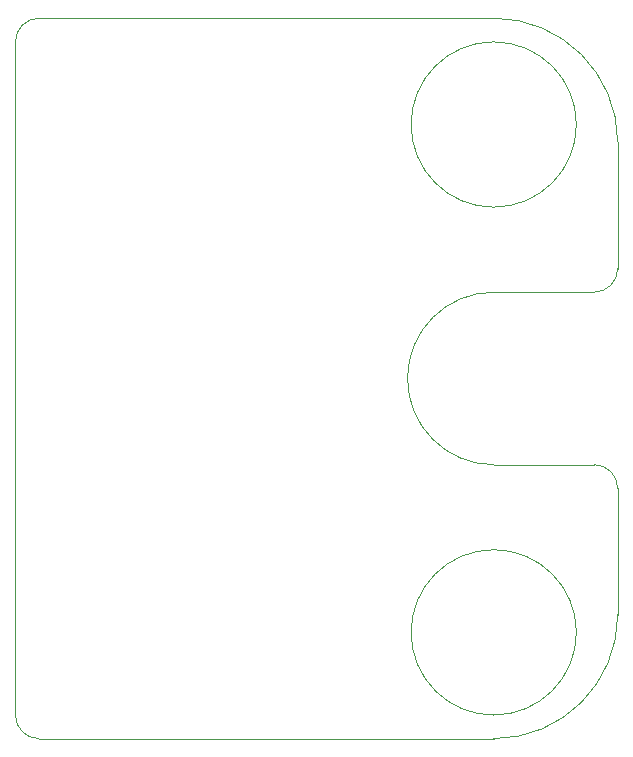
<source format=gm1>
G04 #@! TF.GenerationSoftware,KiCad,Pcbnew,(5.1.5)-3*
G04 #@! TF.CreationDate,2020-04-01T21:27:11+02:00*
G04 #@! TF.ProjectId,RHS_3,5248535f-332e-46b6-9963-61645f706362,rev?*
G04 #@! TF.SameCoordinates,Original*
G04 #@! TF.FileFunction,Profile,NP*
%FSLAX46Y46*%
G04 Gerber Fmt 4.6, Leading zero omitted, Abs format (unit mm)*
G04 Created by KiCad (PCBNEW (5.1.5)-3) date 2020-04-01 21:27:11*
%MOMM*%
%LPD*%
G04 APERTURE LIST*
%ADD10C,0.050000*%
G04 APERTURE END LIST*
D10*
X61500000Y-130500000D02*
G75*
G02X59500000Y-128500000I0J2000000D01*
G01*
X59500000Y-71500000D02*
G75*
G02X61500000Y-69500000I2000000J0D01*
G01*
X108500000Y-107300000D02*
G75*
G02X110500000Y-109300000I0J-2000000D01*
G01*
X110500000Y-120000000D02*
G75*
G02X100000000Y-130500000I-10500000J0D01*
G01*
X100000000Y-69500000D02*
G75*
G02X110500000Y-80000000I0J-10500000D01*
G01*
X110500000Y-90700000D02*
G75*
G02X108500000Y-92700000I-2000000J0D01*
G01*
X100000000Y-130500000D02*
X61500000Y-130500000D01*
X110500000Y-109300000D02*
X110500000Y-120000000D01*
X100000000Y-107300000D02*
X108500000Y-107300000D01*
X110500000Y-90700000D02*
X110500000Y-80000000D01*
X100000000Y-92700000D02*
X108500000Y-92700000D01*
X61500000Y-69500000D02*
X100000000Y-69500000D01*
X59500000Y-128500000D02*
X59500000Y-71500000D01*
X107000000Y-121500000D02*
G75*
G03X107000000Y-121500000I-7000000J0D01*
G01*
X107000000Y-78500000D02*
G75*
G03X107000000Y-78500000I-7000000J0D01*
G01*
X100000000Y-107300000D02*
G75*
G02X100000000Y-92700000I0J7300000D01*
G01*
M02*

</source>
